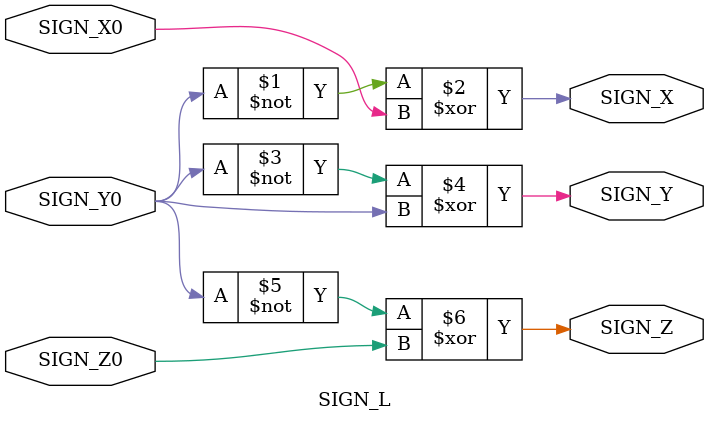
<source format=v>
`timescale 1ns / 1ps


module SIGN_L(
    input wire SIGN_X0,
    input wire SIGN_Y0,
    input wire SIGN_Z0,
    output wire SIGN_X,
    output wire SIGN_Y,
    output wire SIGN_Z
    );
    
    
    assign SIGN_X = ~SIGN_Y0 ^ SIGN_X0; //SUMA DE ENTRADAS
    assign SIGN_Y = ~SIGN_Y0 ^ SIGN_Y0; //SUMA DE ENTRADAS
    assign SIGN_Z = ~SIGN_Y0 ^ SIGN_Z0; //SUMA DE ENTRADAS
    
endmodule

</source>
